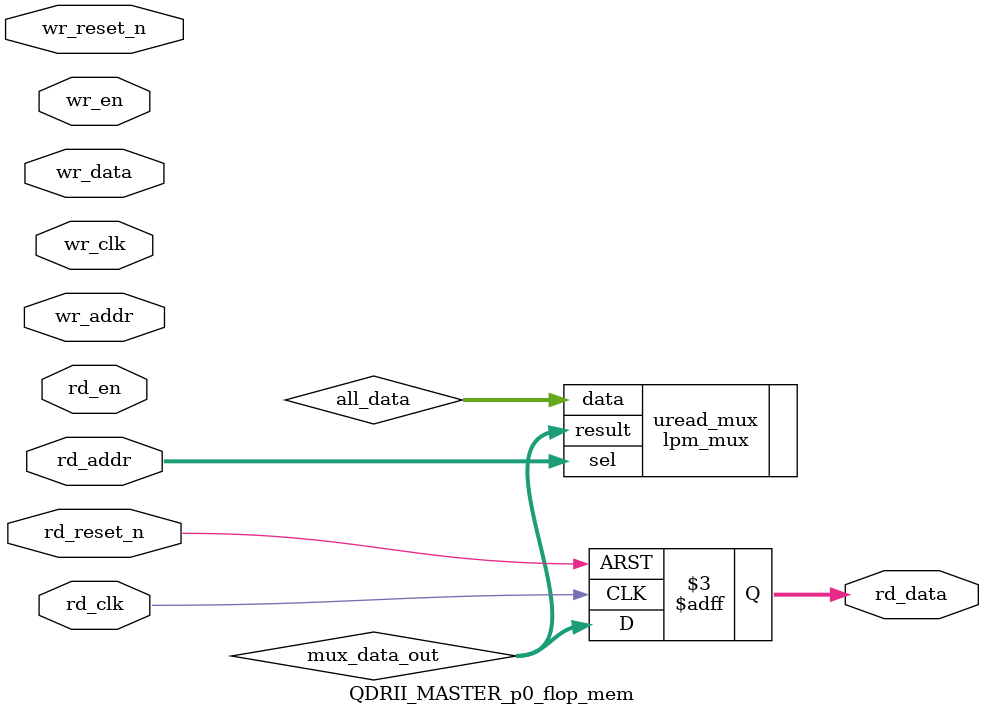
<source format=v>



`timescale 1 ps / 1 ps

(* altera_attribute = "-name ALLOW_SYNCH_CTRL_USAGE ON;-name AUTO_CLOCK_ENABLE_RECOGNITION ON" *)
module QDRII_MASTER_p0_flop_mem(
	wr_reset_n,
	wr_clk,
	wr_en,
	wr_addr,
	wr_data,
	rd_reset_n,
	rd_clk,
	rd_en,
	rd_addr,
	rd_data
);

parameter WRITE_MEM_DEPTH	= "";
parameter WRITE_ADDR_WIDTH	= "";
parameter WRITE_DATA_WIDTH	= "";
parameter READ_MEM_DEPTH	= "";
parameter READ_ADDR_WIDTH	= "";		 
parameter READ_DATA_WIDTH	= "";


input	wr_reset_n;
input	wr_clk;
input	wr_en;
input	[WRITE_ADDR_WIDTH-1:0] wr_addr;
input	[WRITE_DATA_WIDTH-1:0] wr_data;
input	rd_reset_n;
input	rd_clk;
input	rd_en;
input	[READ_ADDR_WIDTH-1:0] rd_addr;
output	[READ_DATA_WIDTH-1:0] rd_data;



wire	[WRITE_DATA_WIDTH*WRITE_MEM_DEPTH-1:0] all_data;
wire	[READ_DATA_WIDTH-1:0] mux_data_out;



// declare a memory with WRITE_MEM_DEPTH entries
// each entry contains a data size of WRITE_DATA_WIDTH
reg	[WRITE_DATA_WIDTH-1:0] data_stored [0:WRITE_MEM_DEPTH-1] /* synthesis syn_preserve = 1 */;
reg	[READ_DATA_WIDTH-1:0] rd_data;

generate
genvar entry;
	for (entry=0; entry < WRITE_MEM_DEPTH; entry=entry+1)
	begin: mem_location
		assign all_data[(WRITE_DATA_WIDTH*(entry+1)-1) : (WRITE_DATA_WIDTH*entry)] = data_stored[entry]; 
		
		always @(posedge wr_clk or negedge wr_reset_n)
		begin
			if (~wr_reset_n) begin
				data_stored[entry] <= {WRITE_DATA_WIDTH{1'b0}};
			end else begin
				if (wr_en) begin
					if (entry == wr_addr) begin
						data_stored[entry] <= wr_data;
					end
				end
			end
		end		
	end
endgenerate

// mux to select the correct output data based on read address
lpm_mux	uread_mux(
	.sel (rd_addr),
	.data (all_data),
	.result (mux_data_out)
	// synopsys translate_off
	,
	.aclr (),
	.clken (),
	.clock ()
	// synopsys translate_on
	);
 defparam uread_mux.lpm_size = READ_MEM_DEPTH;
 defparam uread_mux.lpm_type = "LPM_MUX";
 defparam uread_mux.lpm_width = READ_DATA_WIDTH;
 defparam uread_mux.lpm_widths = READ_ADDR_WIDTH;

always @(posedge rd_clk or negedge rd_reset_n)	
begin
	if (~rd_reset_n) begin
		rd_data <= {READ_DATA_WIDTH{1'b0}};
	end else begin
		rd_data <= mux_data_out;
	end
end

endmodule

</source>
